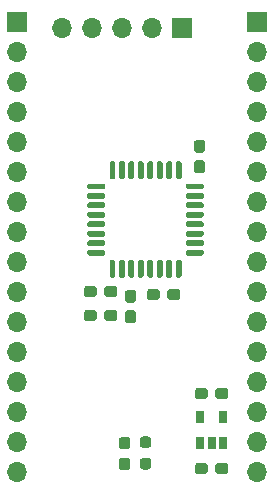
<source format=gts>
%TF.GenerationSoftware,KiCad,Pcbnew,(5.1.10)-1*%
%TF.CreationDate,2021-10-10T23:46:45-04:00*%
%TF.ProjectId,STM_SimpleBreakout,53544d5f-5369-46d7-906c-65427265616b,rev?*%
%TF.SameCoordinates,Original*%
%TF.FileFunction,Soldermask,Top*%
%TF.FilePolarity,Negative*%
%FSLAX46Y46*%
G04 Gerber Fmt 4.6, Leading zero omitted, Abs format (unit mm)*
G04 Created by KiCad (PCBNEW (5.1.10)-1) date 2021-10-10 23:46:45*
%MOMM*%
%LPD*%
G01*
G04 APERTURE LIST*
%ADD10O,1.700000X1.700000*%
%ADD11R,1.700000X1.700000*%
%ADD12R,0.650000X1.060000*%
G04 APERTURE END LIST*
%TO.C,R1*%
G36*
G01*
X163084500Y-113156000D02*
X163559500Y-113156000D01*
G75*
G02*
X163797000Y-113393500I0J-237500D01*
G01*
X163797000Y-113893500D01*
G75*
G02*
X163559500Y-114131000I-237500J0D01*
G01*
X163084500Y-114131000D01*
G75*
G02*
X162847000Y-113893500I0J237500D01*
G01*
X162847000Y-113393500D01*
G75*
G02*
X163084500Y-113156000I237500J0D01*
G01*
G37*
G36*
G01*
X163084500Y-111331000D02*
X163559500Y-111331000D01*
G75*
G02*
X163797000Y-111568500I0J-237500D01*
G01*
X163797000Y-112068500D01*
G75*
G02*
X163559500Y-112306000I-237500J0D01*
G01*
X163084500Y-112306000D01*
G75*
G02*
X162847000Y-112068500I0J237500D01*
G01*
X162847000Y-111568500D01*
G75*
G02*
X163084500Y-111331000I237500J0D01*
G01*
G37*
%TD*%
%TO.C,D1*%
G36*
G01*
X161306500Y-113126000D02*
X161781500Y-113126000D01*
G75*
G02*
X162019000Y-113363500I0J-237500D01*
G01*
X162019000Y-113938500D01*
G75*
G02*
X161781500Y-114176000I-237500J0D01*
G01*
X161306500Y-114176000D01*
G75*
G02*
X161069000Y-113938500I0J237500D01*
G01*
X161069000Y-113363500D01*
G75*
G02*
X161306500Y-113126000I237500J0D01*
G01*
G37*
G36*
G01*
X161306500Y-111376000D02*
X161781500Y-111376000D01*
G75*
G02*
X162019000Y-111613500I0J-237500D01*
G01*
X162019000Y-112188500D01*
G75*
G02*
X161781500Y-112426000I-237500J0D01*
G01*
X161306500Y-112426000D01*
G75*
G02*
X161069000Y-112188500I0J237500D01*
G01*
X161069000Y-111613500D01*
G75*
G02*
X161306500Y-111376000I237500J0D01*
G01*
G37*
%TD*%
%TO.C,U2*%
G36*
G01*
X159772000Y-96014000D02*
X158522000Y-96014000D01*
G75*
G02*
X158397000Y-95889000I0J125000D01*
G01*
X158397000Y-95639000D01*
G75*
G02*
X158522000Y-95514000I125000J0D01*
G01*
X159772000Y-95514000D01*
G75*
G02*
X159897000Y-95639000I0J-125000D01*
G01*
X159897000Y-95889000D01*
G75*
G02*
X159772000Y-96014000I-125000J0D01*
G01*
G37*
G36*
G01*
X159772000Y-95214000D02*
X158522000Y-95214000D01*
G75*
G02*
X158397000Y-95089000I0J125000D01*
G01*
X158397000Y-94839000D01*
G75*
G02*
X158522000Y-94714000I125000J0D01*
G01*
X159772000Y-94714000D01*
G75*
G02*
X159897000Y-94839000I0J-125000D01*
G01*
X159897000Y-95089000D01*
G75*
G02*
X159772000Y-95214000I-125000J0D01*
G01*
G37*
G36*
G01*
X159772000Y-94414000D02*
X158522000Y-94414000D01*
G75*
G02*
X158397000Y-94289000I0J125000D01*
G01*
X158397000Y-94039000D01*
G75*
G02*
X158522000Y-93914000I125000J0D01*
G01*
X159772000Y-93914000D01*
G75*
G02*
X159897000Y-94039000I0J-125000D01*
G01*
X159897000Y-94289000D01*
G75*
G02*
X159772000Y-94414000I-125000J0D01*
G01*
G37*
G36*
G01*
X159772000Y-93614000D02*
X158522000Y-93614000D01*
G75*
G02*
X158397000Y-93489000I0J125000D01*
G01*
X158397000Y-93239000D01*
G75*
G02*
X158522000Y-93114000I125000J0D01*
G01*
X159772000Y-93114000D01*
G75*
G02*
X159897000Y-93239000I0J-125000D01*
G01*
X159897000Y-93489000D01*
G75*
G02*
X159772000Y-93614000I-125000J0D01*
G01*
G37*
G36*
G01*
X159772000Y-92814000D02*
X158522000Y-92814000D01*
G75*
G02*
X158397000Y-92689000I0J125000D01*
G01*
X158397000Y-92439000D01*
G75*
G02*
X158522000Y-92314000I125000J0D01*
G01*
X159772000Y-92314000D01*
G75*
G02*
X159897000Y-92439000I0J-125000D01*
G01*
X159897000Y-92689000D01*
G75*
G02*
X159772000Y-92814000I-125000J0D01*
G01*
G37*
G36*
G01*
X159772000Y-92014000D02*
X158522000Y-92014000D01*
G75*
G02*
X158397000Y-91889000I0J125000D01*
G01*
X158397000Y-91639000D01*
G75*
G02*
X158522000Y-91514000I125000J0D01*
G01*
X159772000Y-91514000D01*
G75*
G02*
X159897000Y-91639000I0J-125000D01*
G01*
X159897000Y-91889000D01*
G75*
G02*
X159772000Y-92014000I-125000J0D01*
G01*
G37*
G36*
G01*
X159772000Y-91214000D02*
X158522000Y-91214000D01*
G75*
G02*
X158397000Y-91089000I0J125000D01*
G01*
X158397000Y-90839000D01*
G75*
G02*
X158522000Y-90714000I125000J0D01*
G01*
X159772000Y-90714000D01*
G75*
G02*
X159897000Y-90839000I0J-125000D01*
G01*
X159897000Y-91089000D01*
G75*
G02*
X159772000Y-91214000I-125000J0D01*
G01*
G37*
G36*
G01*
X159772000Y-90414000D02*
X158522000Y-90414000D01*
G75*
G02*
X158397000Y-90289000I0J125000D01*
G01*
X158397000Y-90039000D01*
G75*
G02*
X158522000Y-89914000I125000J0D01*
G01*
X159772000Y-89914000D01*
G75*
G02*
X159897000Y-90039000I0J-125000D01*
G01*
X159897000Y-90289000D01*
G75*
G02*
X159772000Y-90414000I-125000J0D01*
G01*
G37*
G36*
G01*
X160647000Y-89539000D02*
X160397000Y-89539000D01*
G75*
G02*
X160272000Y-89414000I0J125000D01*
G01*
X160272000Y-88164000D01*
G75*
G02*
X160397000Y-88039000I125000J0D01*
G01*
X160647000Y-88039000D01*
G75*
G02*
X160772000Y-88164000I0J-125000D01*
G01*
X160772000Y-89414000D01*
G75*
G02*
X160647000Y-89539000I-125000J0D01*
G01*
G37*
G36*
G01*
X161447000Y-89539000D02*
X161197000Y-89539000D01*
G75*
G02*
X161072000Y-89414000I0J125000D01*
G01*
X161072000Y-88164000D01*
G75*
G02*
X161197000Y-88039000I125000J0D01*
G01*
X161447000Y-88039000D01*
G75*
G02*
X161572000Y-88164000I0J-125000D01*
G01*
X161572000Y-89414000D01*
G75*
G02*
X161447000Y-89539000I-125000J0D01*
G01*
G37*
G36*
G01*
X162247000Y-89539000D02*
X161997000Y-89539000D01*
G75*
G02*
X161872000Y-89414000I0J125000D01*
G01*
X161872000Y-88164000D01*
G75*
G02*
X161997000Y-88039000I125000J0D01*
G01*
X162247000Y-88039000D01*
G75*
G02*
X162372000Y-88164000I0J-125000D01*
G01*
X162372000Y-89414000D01*
G75*
G02*
X162247000Y-89539000I-125000J0D01*
G01*
G37*
G36*
G01*
X163047000Y-89539000D02*
X162797000Y-89539000D01*
G75*
G02*
X162672000Y-89414000I0J125000D01*
G01*
X162672000Y-88164000D01*
G75*
G02*
X162797000Y-88039000I125000J0D01*
G01*
X163047000Y-88039000D01*
G75*
G02*
X163172000Y-88164000I0J-125000D01*
G01*
X163172000Y-89414000D01*
G75*
G02*
X163047000Y-89539000I-125000J0D01*
G01*
G37*
G36*
G01*
X163847000Y-89539000D02*
X163597000Y-89539000D01*
G75*
G02*
X163472000Y-89414000I0J125000D01*
G01*
X163472000Y-88164000D01*
G75*
G02*
X163597000Y-88039000I125000J0D01*
G01*
X163847000Y-88039000D01*
G75*
G02*
X163972000Y-88164000I0J-125000D01*
G01*
X163972000Y-89414000D01*
G75*
G02*
X163847000Y-89539000I-125000J0D01*
G01*
G37*
G36*
G01*
X164647000Y-89539000D02*
X164397000Y-89539000D01*
G75*
G02*
X164272000Y-89414000I0J125000D01*
G01*
X164272000Y-88164000D01*
G75*
G02*
X164397000Y-88039000I125000J0D01*
G01*
X164647000Y-88039000D01*
G75*
G02*
X164772000Y-88164000I0J-125000D01*
G01*
X164772000Y-89414000D01*
G75*
G02*
X164647000Y-89539000I-125000J0D01*
G01*
G37*
G36*
G01*
X165447000Y-89539000D02*
X165197000Y-89539000D01*
G75*
G02*
X165072000Y-89414000I0J125000D01*
G01*
X165072000Y-88164000D01*
G75*
G02*
X165197000Y-88039000I125000J0D01*
G01*
X165447000Y-88039000D01*
G75*
G02*
X165572000Y-88164000I0J-125000D01*
G01*
X165572000Y-89414000D01*
G75*
G02*
X165447000Y-89539000I-125000J0D01*
G01*
G37*
G36*
G01*
X166247000Y-89539000D02*
X165997000Y-89539000D01*
G75*
G02*
X165872000Y-89414000I0J125000D01*
G01*
X165872000Y-88164000D01*
G75*
G02*
X165997000Y-88039000I125000J0D01*
G01*
X166247000Y-88039000D01*
G75*
G02*
X166372000Y-88164000I0J-125000D01*
G01*
X166372000Y-89414000D01*
G75*
G02*
X166247000Y-89539000I-125000J0D01*
G01*
G37*
G36*
G01*
X168122000Y-90414000D02*
X166872000Y-90414000D01*
G75*
G02*
X166747000Y-90289000I0J125000D01*
G01*
X166747000Y-90039000D01*
G75*
G02*
X166872000Y-89914000I125000J0D01*
G01*
X168122000Y-89914000D01*
G75*
G02*
X168247000Y-90039000I0J-125000D01*
G01*
X168247000Y-90289000D01*
G75*
G02*
X168122000Y-90414000I-125000J0D01*
G01*
G37*
G36*
G01*
X168122000Y-91214000D02*
X166872000Y-91214000D01*
G75*
G02*
X166747000Y-91089000I0J125000D01*
G01*
X166747000Y-90839000D01*
G75*
G02*
X166872000Y-90714000I125000J0D01*
G01*
X168122000Y-90714000D01*
G75*
G02*
X168247000Y-90839000I0J-125000D01*
G01*
X168247000Y-91089000D01*
G75*
G02*
X168122000Y-91214000I-125000J0D01*
G01*
G37*
G36*
G01*
X168122000Y-92014000D02*
X166872000Y-92014000D01*
G75*
G02*
X166747000Y-91889000I0J125000D01*
G01*
X166747000Y-91639000D01*
G75*
G02*
X166872000Y-91514000I125000J0D01*
G01*
X168122000Y-91514000D01*
G75*
G02*
X168247000Y-91639000I0J-125000D01*
G01*
X168247000Y-91889000D01*
G75*
G02*
X168122000Y-92014000I-125000J0D01*
G01*
G37*
G36*
G01*
X168122000Y-92814000D02*
X166872000Y-92814000D01*
G75*
G02*
X166747000Y-92689000I0J125000D01*
G01*
X166747000Y-92439000D01*
G75*
G02*
X166872000Y-92314000I125000J0D01*
G01*
X168122000Y-92314000D01*
G75*
G02*
X168247000Y-92439000I0J-125000D01*
G01*
X168247000Y-92689000D01*
G75*
G02*
X168122000Y-92814000I-125000J0D01*
G01*
G37*
G36*
G01*
X168122000Y-93614000D02*
X166872000Y-93614000D01*
G75*
G02*
X166747000Y-93489000I0J125000D01*
G01*
X166747000Y-93239000D01*
G75*
G02*
X166872000Y-93114000I125000J0D01*
G01*
X168122000Y-93114000D01*
G75*
G02*
X168247000Y-93239000I0J-125000D01*
G01*
X168247000Y-93489000D01*
G75*
G02*
X168122000Y-93614000I-125000J0D01*
G01*
G37*
G36*
G01*
X168122000Y-94414000D02*
X166872000Y-94414000D01*
G75*
G02*
X166747000Y-94289000I0J125000D01*
G01*
X166747000Y-94039000D01*
G75*
G02*
X166872000Y-93914000I125000J0D01*
G01*
X168122000Y-93914000D01*
G75*
G02*
X168247000Y-94039000I0J-125000D01*
G01*
X168247000Y-94289000D01*
G75*
G02*
X168122000Y-94414000I-125000J0D01*
G01*
G37*
G36*
G01*
X168122000Y-95214000D02*
X166872000Y-95214000D01*
G75*
G02*
X166747000Y-95089000I0J125000D01*
G01*
X166747000Y-94839000D01*
G75*
G02*
X166872000Y-94714000I125000J0D01*
G01*
X168122000Y-94714000D01*
G75*
G02*
X168247000Y-94839000I0J-125000D01*
G01*
X168247000Y-95089000D01*
G75*
G02*
X168122000Y-95214000I-125000J0D01*
G01*
G37*
G36*
G01*
X168122000Y-96014000D02*
X166872000Y-96014000D01*
G75*
G02*
X166747000Y-95889000I0J125000D01*
G01*
X166747000Y-95639000D01*
G75*
G02*
X166872000Y-95514000I125000J0D01*
G01*
X168122000Y-95514000D01*
G75*
G02*
X168247000Y-95639000I0J-125000D01*
G01*
X168247000Y-95889000D01*
G75*
G02*
X168122000Y-96014000I-125000J0D01*
G01*
G37*
G36*
G01*
X166247000Y-97889000D02*
X165997000Y-97889000D01*
G75*
G02*
X165872000Y-97764000I0J125000D01*
G01*
X165872000Y-96514000D01*
G75*
G02*
X165997000Y-96389000I125000J0D01*
G01*
X166247000Y-96389000D01*
G75*
G02*
X166372000Y-96514000I0J-125000D01*
G01*
X166372000Y-97764000D01*
G75*
G02*
X166247000Y-97889000I-125000J0D01*
G01*
G37*
G36*
G01*
X165447000Y-97889000D02*
X165197000Y-97889000D01*
G75*
G02*
X165072000Y-97764000I0J125000D01*
G01*
X165072000Y-96514000D01*
G75*
G02*
X165197000Y-96389000I125000J0D01*
G01*
X165447000Y-96389000D01*
G75*
G02*
X165572000Y-96514000I0J-125000D01*
G01*
X165572000Y-97764000D01*
G75*
G02*
X165447000Y-97889000I-125000J0D01*
G01*
G37*
G36*
G01*
X164647000Y-97889000D02*
X164397000Y-97889000D01*
G75*
G02*
X164272000Y-97764000I0J125000D01*
G01*
X164272000Y-96514000D01*
G75*
G02*
X164397000Y-96389000I125000J0D01*
G01*
X164647000Y-96389000D01*
G75*
G02*
X164772000Y-96514000I0J-125000D01*
G01*
X164772000Y-97764000D01*
G75*
G02*
X164647000Y-97889000I-125000J0D01*
G01*
G37*
G36*
G01*
X163847000Y-97889000D02*
X163597000Y-97889000D01*
G75*
G02*
X163472000Y-97764000I0J125000D01*
G01*
X163472000Y-96514000D01*
G75*
G02*
X163597000Y-96389000I125000J0D01*
G01*
X163847000Y-96389000D01*
G75*
G02*
X163972000Y-96514000I0J-125000D01*
G01*
X163972000Y-97764000D01*
G75*
G02*
X163847000Y-97889000I-125000J0D01*
G01*
G37*
G36*
G01*
X163047000Y-97889000D02*
X162797000Y-97889000D01*
G75*
G02*
X162672000Y-97764000I0J125000D01*
G01*
X162672000Y-96514000D01*
G75*
G02*
X162797000Y-96389000I125000J0D01*
G01*
X163047000Y-96389000D01*
G75*
G02*
X163172000Y-96514000I0J-125000D01*
G01*
X163172000Y-97764000D01*
G75*
G02*
X163047000Y-97889000I-125000J0D01*
G01*
G37*
G36*
G01*
X162247000Y-97889000D02*
X161997000Y-97889000D01*
G75*
G02*
X161872000Y-97764000I0J125000D01*
G01*
X161872000Y-96514000D01*
G75*
G02*
X161997000Y-96389000I125000J0D01*
G01*
X162247000Y-96389000D01*
G75*
G02*
X162372000Y-96514000I0J-125000D01*
G01*
X162372000Y-97764000D01*
G75*
G02*
X162247000Y-97889000I-125000J0D01*
G01*
G37*
G36*
G01*
X161447000Y-97889000D02*
X161197000Y-97889000D01*
G75*
G02*
X161072000Y-97764000I0J125000D01*
G01*
X161072000Y-96514000D01*
G75*
G02*
X161197000Y-96389000I125000J0D01*
G01*
X161447000Y-96389000D01*
G75*
G02*
X161572000Y-96514000I0J-125000D01*
G01*
X161572000Y-97764000D01*
G75*
G02*
X161447000Y-97889000I-125000J0D01*
G01*
G37*
G36*
G01*
X160647000Y-97889000D02*
X160397000Y-97889000D01*
G75*
G02*
X160272000Y-97764000I0J125000D01*
G01*
X160272000Y-96514000D01*
G75*
G02*
X160397000Y-96389000I125000J0D01*
G01*
X160647000Y-96389000D01*
G75*
G02*
X160772000Y-96514000I0J-125000D01*
G01*
X160772000Y-97764000D01*
G75*
G02*
X160647000Y-97889000I-125000J0D01*
G01*
G37*
%TD*%
D10*
%TO.C,J2*%
X152400000Y-114300000D03*
X152400000Y-111760000D03*
X152400000Y-109220000D03*
X152400000Y-106680000D03*
X152400000Y-104140000D03*
X152400000Y-101600000D03*
X152400000Y-99060000D03*
X152400000Y-96520000D03*
X152400000Y-93980000D03*
X152400000Y-91440000D03*
X152400000Y-88900000D03*
X152400000Y-86360000D03*
X152400000Y-83820000D03*
X152400000Y-81280000D03*
X152400000Y-78740000D03*
D11*
X152400000Y-76200000D03*
%TD*%
D12*
%TO.C,U1*%
X167960000Y-109644000D03*
X169860000Y-109644000D03*
X169860000Y-111844000D03*
X168910000Y-111844000D03*
X167960000Y-111844000D03*
%TD*%
D10*
%TO.C,J3*%
X172720000Y-114300000D03*
X172720000Y-111760000D03*
X172720000Y-109220000D03*
X172720000Y-106680000D03*
X172720000Y-104140000D03*
X172720000Y-101600000D03*
X172720000Y-99060000D03*
X172720000Y-96520000D03*
X172720000Y-93980000D03*
X172720000Y-91440000D03*
X172720000Y-88900000D03*
X172720000Y-86360000D03*
X172720000Y-83820000D03*
X172720000Y-81280000D03*
X172720000Y-78740000D03*
D11*
X172720000Y-76200000D03*
%TD*%
D10*
%TO.C,J1*%
X156210000Y-76708000D03*
X158750000Y-76708000D03*
X161290000Y-76708000D03*
X163830000Y-76708000D03*
D11*
X166370000Y-76708000D03*
%TD*%
%TO.C,C7*%
G36*
G01*
X167656500Y-87955000D02*
X168131500Y-87955000D01*
G75*
G02*
X168369000Y-88192500I0J-237500D01*
G01*
X168369000Y-88792500D01*
G75*
G02*
X168131500Y-89030000I-237500J0D01*
G01*
X167656500Y-89030000D01*
G75*
G02*
X167419000Y-88792500I0J237500D01*
G01*
X167419000Y-88192500D01*
G75*
G02*
X167656500Y-87955000I237500J0D01*
G01*
G37*
G36*
G01*
X167656500Y-86230000D02*
X168131500Y-86230000D01*
G75*
G02*
X168369000Y-86467500I0J-237500D01*
G01*
X168369000Y-87067500D01*
G75*
G02*
X168131500Y-87305000I-237500J0D01*
G01*
X167656500Y-87305000D01*
G75*
G02*
X167419000Y-87067500I0J237500D01*
G01*
X167419000Y-86467500D01*
G75*
G02*
X167656500Y-86230000I237500J0D01*
G01*
G37*
%TD*%
%TO.C,C6*%
G36*
G01*
X159837000Y-99297500D02*
X159837000Y-98822500D01*
G75*
G02*
X160074500Y-98585000I237500J0D01*
G01*
X160674500Y-98585000D01*
G75*
G02*
X160912000Y-98822500I0J-237500D01*
G01*
X160912000Y-99297500D01*
G75*
G02*
X160674500Y-99535000I-237500J0D01*
G01*
X160074500Y-99535000D01*
G75*
G02*
X159837000Y-99297500I0J237500D01*
G01*
G37*
G36*
G01*
X158112000Y-99297500D02*
X158112000Y-98822500D01*
G75*
G02*
X158349500Y-98585000I237500J0D01*
G01*
X158949500Y-98585000D01*
G75*
G02*
X159187000Y-98822500I0J-237500D01*
G01*
X159187000Y-99297500D01*
G75*
G02*
X158949500Y-99535000I-237500J0D01*
G01*
X158349500Y-99535000D01*
G75*
G02*
X158112000Y-99297500I0J237500D01*
G01*
G37*
%TD*%
%TO.C,C5*%
G36*
G01*
X164521000Y-99076500D02*
X164521000Y-99551500D01*
G75*
G02*
X164283500Y-99789000I-237500J0D01*
G01*
X163683500Y-99789000D01*
G75*
G02*
X163446000Y-99551500I0J237500D01*
G01*
X163446000Y-99076500D01*
G75*
G02*
X163683500Y-98839000I237500J0D01*
G01*
X164283500Y-98839000D01*
G75*
G02*
X164521000Y-99076500I0J-237500D01*
G01*
G37*
G36*
G01*
X166246000Y-99076500D02*
X166246000Y-99551500D01*
G75*
G02*
X166008500Y-99789000I-237500J0D01*
G01*
X165408500Y-99789000D01*
G75*
G02*
X165171000Y-99551500I0J237500D01*
G01*
X165171000Y-99076500D01*
G75*
G02*
X165408500Y-98839000I237500J0D01*
G01*
X166008500Y-98839000D01*
G75*
G02*
X166246000Y-99076500I0J-237500D01*
G01*
G37*
%TD*%
%TO.C,C4*%
G36*
G01*
X159837000Y-101329500D02*
X159837000Y-100854500D01*
G75*
G02*
X160074500Y-100617000I237500J0D01*
G01*
X160674500Y-100617000D01*
G75*
G02*
X160912000Y-100854500I0J-237500D01*
G01*
X160912000Y-101329500D01*
G75*
G02*
X160674500Y-101567000I-237500J0D01*
G01*
X160074500Y-101567000D01*
G75*
G02*
X159837000Y-101329500I0J237500D01*
G01*
G37*
G36*
G01*
X158112000Y-101329500D02*
X158112000Y-100854500D01*
G75*
G02*
X158349500Y-100617000I237500J0D01*
G01*
X158949500Y-100617000D01*
G75*
G02*
X159187000Y-100854500I0J-237500D01*
G01*
X159187000Y-101329500D01*
G75*
G02*
X158949500Y-101567000I-237500J0D01*
G01*
X158349500Y-101567000D01*
G75*
G02*
X158112000Y-101329500I0J237500D01*
G01*
G37*
%TD*%
%TO.C,C3*%
G36*
G01*
X162289500Y-100005000D02*
X161814500Y-100005000D01*
G75*
G02*
X161577000Y-99767500I0J237500D01*
G01*
X161577000Y-99167500D01*
G75*
G02*
X161814500Y-98930000I237500J0D01*
G01*
X162289500Y-98930000D01*
G75*
G02*
X162527000Y-99167500I0J-237500D01*
G01*
X162527000Y-99767500D01*
G75*
G02*
X162289500Y-100005000I-237500J0D01*
G01*
G37*
G36*
G01*
X162289500Y-101730000D02*
X161814500Y-101730000D01*
G75*
G02*
X161577000Y-101492500I0J237500D01*
G01*
X161577000Y-100892500D01*
G75*
G02*
X161814500Y-100655000I237500J0D01*
G01*
X162289500Y-100655000D01*
G75*
G02*
X162527000Y-100892500I0J-237500D01*
G01*
X162527000Y-101492500D01*
G75*
G02*
X162289500Y-101730000I-237500J0D01*
G01*
G37*
%TD*%
%TO.C,C2*%
G36*
G01*
X169235000Y-107933500D02*
X169235000Y-107458500D01*
G75*
G02*
X169472500Y-107221000I237500J0D01*
G01*
X170072500Y-107221000D01*
G75*
G02*
X170310000Y-107458500I0J-237500D01*
G01*
X170310000Y-107933500D01*
G75*
G02*
X170072500Y-108171000I-237500J0D01*
G01*
X169472500Y-108171000D01*
G75*
G02*
X169235000Y-107933500I0J237500D01*
G01*
G37*
G36*
G01*
X167510000Y-107933500D02*
X167510000Y-107458500D01*
G75*
G02*
X167747500Y-107221000I237500J0D01*
G01*
X168347500Y-107221000D01*
G75*
G02*
X168585000Y-107458500I0J-237500D01*
G01*
X168585000Y-107933500D01*
G75*
G02*
X168347500Y-108171000I-237500J0D01*
G01*
X167747500Y-108171000D01*
G75*
G02*
X167510000Y-107933500I0J237500D01*
G01*
G37*
%TD*%
%TO.C,C1*%
G36*
G01*
X169235000Y-114283500D02*
X169235000Y-113808500D01*
G75*
G02*
X169472500Y-113571000I237500J0D01*
G01*
X170072500Y-113571000D01*
G75*
G02*
X170310000Y-113808500I0J-237500D01*
G01*
X170310000Y-114283500D01*
G75*
G02*
X170072500Y-114521000I-237500J0D01*
G01*
X169472500Y-114521000D01*
G75*
G02*
X169235000Y-114283500I0J237500D01*
G01*
G37*
G36*
G01*
X167510000Y-114283500D02*
X167510000Y-113808500D01*
G75*
G02*
X167747500Y-113571000I237500J0D01*
G01*
X168347500Y-113571000D01*
G75*
G02*
X168585000Y-113808500I0J-237500D01*
G01*
X168585000Y-114283500D01*
G75*
G02*
X168347500Y-114521000I-237500J0D01*
G01*
X167747500Y-114521000D01*
G75*
G02*
X167510000Y-114283500I0J237500D01*
G01*
G37*
%TD*%
M02*

</source>
